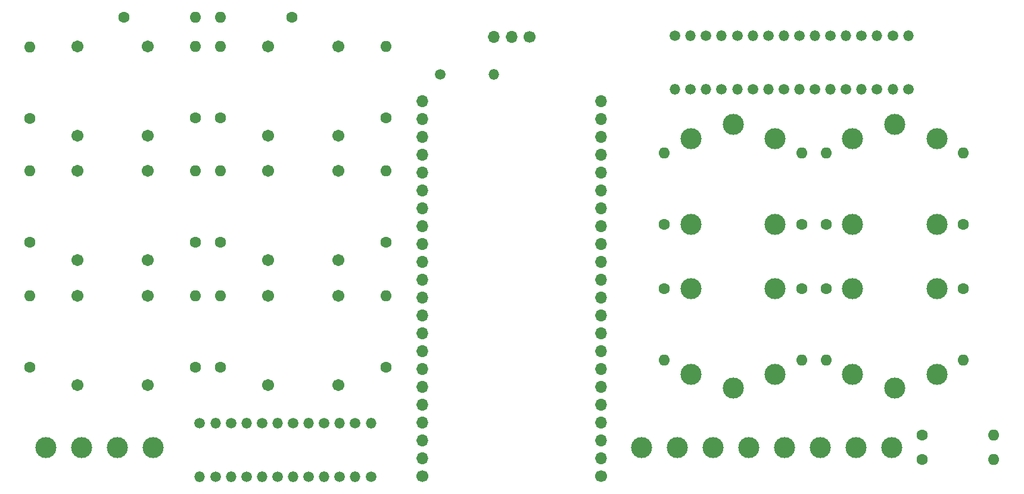
<source format=gbr>
%TF.GenerationSoftware,KiCad,Pcbnew,7.0.10*%
%TF.CreationDate,2024-03-07T23:30:47-03:00*%
%TF.ProjectId,board,626f6172-642e-46b6-9963-61645f706362,rev?*%
%TF.SameCoordinates,Original*%
%TF.FileFunction,Soldermask,Bot*%
%TF.FilePolarity,Negative*%
%FSLAX46Y46*%
G04 Gerber Fmt 4.6, Leading zero omitted, Abs format (unit mm)*
G04 Created by KiCad (PCBNEW 7.0.10) date 2024-03-07 23:30:47*
%MOMM*%
%LPD*%
G01*
G04 APERTURE LIST*
%ADD10C,1.600000*%
%ADD11O,1.600000X1.600000*%
%ADD12C,1.500000*%
%ADD13O,1.500000X1.500000*%
%ADD14C,3.000000*%
%ADD15C,1.712000*%
%ADD16C,1.700000*%
%ADD17O,1.700000X1.700000*%
G04 APERTURE END LIST*
D10*
%TO.C,R15*%
X138232000Y-81272000D03*
D11*
X138232000Y-91432000D03*
%TD*%
D12*
%TO.C,DZ7*%
X85471001Y-100472401D03*
D13*
X85471001Y-108092401D03*
%TD*%
D12*
%TO.C,DZ17*%
X148590000Y-45334000D03*
D13*
X148590000Y-52954000D03*
%TD*%
D12*
%TO.C,DZ5*%
X81051401Y-100472401D03*
D13*
X81051401Y-108092401D03*
%TD*%
D10*
%TO.C,R23*%
X174904400Y-102108000D03*
D11*
X185064400Y-102108000D03*
%TD*%
D12*
%TO.C,DZ1*%
X72212201Y-100472401D03*
D13*
X72212201Y-108092401D03*
%TD*%
D14*
%TO.C,ST1*%
X50368200Y-103911400D03*
X55448200Y-103911400D03*
%TD*%
D10*
%TO.C,R21*%
X161219000Y-72144000D03*
D11*
X161219000Y-61984000D03*
%TD*%
D10*
%TO.C,R17*%
X161219000Y-81272000D03*
D11*
X161219000Y-91432000D03*
%TD*%
D12*
%TO.C,DZ21*%
X157429200Y-45334000D03*
D13*
X157429200Y-52954000D03*
%TD*%
D12*
%TO.C,DZ18*%
X150799800Y-52954000D03*
D13*
X150799800Y-45334000D03*
%TD*%
D15*
%TO.C,TP4*%
X81923401Y-46888401D03*
X81923401Y-59588401D03*
X91923401Y-59588401D03*
X91923401Y-46888401D03*
%TD*%
D12*
%TO.C,D1*%
X106385000Y-50825400D03*
D13*
X114005000Y-50825400D03*
%TD*%
D12*
%TO.C,DZ10*%
X92100401Y-108092401D03*
D13*
X92100401Y-100472401D03*
%TD*%
D12*
%TO.C,DZ16*%
X146380200Y-52954000D03*
D13*
X146380200Y-45334000D03*
%TD*%
D14*
%TO.C,K1*%
X148000200Y-95472000D03*
X142000200Y-81272000D03*
X154000200Y-81272000D03*
X154000200Y-93472000D03*
X142000200Y-93472000D03*
%TD*%
%TO.C,ST1*%
X155321000Y-103911400D03*
X160401000Y-103911400D03*
%TD*%
D12*
%TO.C,DZ4*%
X78841601Y-108092401D03*
D13*
X78841601Y-100472401D03*
%TD*%
D10*
%TO.C,R18*%
X180755400Y-81272000D03*
D11*
X180755400Y-91432000D03*
%TD*%
D10*
%TO.C,R16*%
X157768400Y-81272000D03*
D11*
X157768400Y-91432000D03*
%TD*%
D15*
%TO.C,TP6*%
X81923401Y-82321401D03*
X81923401Y-95021401D03*
X91923401Y-95021401D03*
X91923401Y-82321401D03*
%TD*%
D12*
%TO.C,DZ25*%
X166268400Y-45334000D03*
D13*
X166268400Y-52954000D03*
%TD*%
D10*
%TO.C,R7*%
X75158601Y-57048401D03*
D11*
X75158601Y-46888401D03*
%TD*%
D10*
%TO.C,R6*%
X71607201Y-92481401D03*
D11*
X71607201Y-82321401D03*
%TD*%
D12*
%TO.C,DZ2*%
X74422001Y-108092401D03*
D13*
X74422001Y-100472401D03*
%TD*%
D12*
%TO.C,DZ20*%
X155219400Y-52954000D03*
D13*
X155219400Y-45334000D03*
%TD*%
D10*
%TO.C,R20*%
X157768400Y-72144000D03*
D11*
X157768400Y-61984000D03*
%TD*%
D12*
%TO.C,DZ27*%
X170688000Y-45334000D03*
D13*
X170688000Y-52954000D03*
%TD*%
D10*
%TO.C,R22*%
X180755400Y-72144000D03*
D11*
X180755400Y-61984000D03*
%TD*%
D12*
%TO.C,DZ8*%
X87680801Y-108092401D03*
D13*
X87680801Y-100472401D03*
%TD*%
D10*
%TO.C,R10*%
X98691601Y-57048401D03*
D11*
X98691601Y-46888401D03*
%TD*%
D12*
%TO.C,DZ14*%
X141960600Y-52954000D03*
D13*
X141960600Y-45334000D03*
%TD*%
D14*
%TO.C,ST1*%
X165481000Y-103911400D03*
X170561000Y-103911400D03*
%TD*%
D10*
%TO.C,R2*%
X48074201Y-74701401D03*
D11*
X48074201Y-64541401D03*
%TD*%
D16*
%TO.C,ESP32-S3_BACK1*%
X129235201Y-107975401D03*
D17*
X129235201Y-105435401D03*
X129235201Y-102895401D03*
X129235201Y-100355401D03*
X129235201Y-97815401D03*
X129235201Y-95275401D03*
X129235201Y-92735401D03*
X129235201Y-90195401D03*
X129235201Y-87655401D03*
X129235201Y-85115401D03*
X129235201Y-82575401D03*
X129235201Y-80035401D03*
X129235201Y-77495401D03*
X129235201Y-74955401D03*
X129235201Y-72415401D03*
X129235201Y-69875401D03*
X129235201Y-67335401D03*
X129235201Y-64795401D03*
X129235201Y-62255401D03*
X129235201Y-59715401D03*
X129235201Y-57175401D03*
X129235201Y-54635401D03*
%TD*%
D12*
%TO.C,DZ28*%
X172897800Y-52954000D03*
D13*
X172897800Y-45334000D03*
%TD*%
D10*
%TO.C,R14*%
X85324201Y-42697401D03*
D11*
X75164201Y-42697401D03*
%TD*%
D10*
%TO.C,R19*%
X138232000Y-72144000D03*
D11*
X138232000Y-61984000D03*
%TD*%
D12*
%TO.C,DZ13*%
X139750800Y-45334000D03*
D13*
X139750800Y-52954000D03*
%TD*%
D15*
%TO.C,TP2*%
X54839001Y-64541401D03*
X54839001Y-77241401D03*
X64839001Y-77241401D03*
X64839001Y-64541401D03*
%TD*%
D14*
%TO.C,ST1*%
X135001000Y-103911400D03*
X140081000Y-103911400D03*
%TD*%
%TO.C,K1*%
X170987200Y-95472000D03*
X164987200Y-81272000D03*
X176987200Y-81272000D03*
X176987200Y-93472000D03*
X164987200Y-93472000D03*
%TD*%
D10*
%TO.C,R9*%
X75158601Y-92481401D03*
D11*
X75158601Y-82321401D03*
%TD*%
D10*
%TO.C,R24*%
X174904400Y-105587800D03*
D11*
X185064400Y-105587800D03*
%TD*%
D10*
%TO.C,R8*%
X75158601Y-74701401D03*
D11*
X75158601Y-64541401D03*
%TD*%
D10*
%TO.C,R12*%
X98691601Y-92481401D03*
D11*
X98691601Y-82321401D03*
%TD*%
D12*
%TO.C,DZ26*%
X168478200Y-52954000D03*
D13*
X168478200Y-45334000D03*
%TD*%
D12*
%TO.C,DZ11*%
X94310201Y-100472401D03*
D13*
X94310201Y-108092401D03*
%TD*%
D12*
%TO.C,DZ24*%
X164058600Y-52954000D03*
D13*
X164058600Y-45334000D03*
%TD*%
D10*
%TO.C,R13*%
X61443201Y-42697401D03*
D11*
X71603201Y-42697401D03*
%TD*%
D10*
%TO.C,R11*%
X98691601Y-74701401D03*
D11*
X98691601Y-64541401D03*
%TD*%
D12*
%TO.C,DZ15*%
X144170400Y-45334000D03*
D13*
X144170400Y-52954000D03*
%TD*%
D12*
%TO.C,DZ19*%
X153009600Y-45334000D03*
D13*
X153009600Y-52954000D03*
%TD*%
D12*
%TO.C,DZ6*%
X83261201Y-108092401D03*
D13*
X83261201Y-100472401D03*
%TD*%
D12*
%TO.C,DZ23*%
X161848800Y-45334000D03*
D13*
X161848800Y-52954000D03*
%TD*%
D12*
%TO.C,DZ22*%
X159639000Y-52954000D03*
D13*
X159639000Y-45334000D03*
%TD*%
D14*
%TO.C,K1*%
X170987200Y-57944000D03*
X176987200Y-72144000D03*
X164987200Y-72144000D03*
X164987200Y-59944000D03*
X176987200Y-59944000D03*
%TD*%
D12*
%TO.C,DZ3*%
X76631801Y-100472401D03*
D13*
X76631801Y-108092401D03*
%TD*%
D14*
%TO.C,ST2*%
X60528200Y-103911400D03*
X65608200Y-103911400D03*
%TD*%
D10*
%TO.C,R3*%
X48074201Y-92481401D03*
D11*
X48074201Y-82321401D03*
%TD*%
D14*
%TO.C,ST1*%
X145161000Y-103911400D03*
X150241000Y-103911400D03*
%TD*%
D12*
%TO.C,DZ9*%
X89890601Y-100472401D03*
D13*
X89890601Y-108092401D03*
%TD*%
D16*
%TO.C,SW1*%
X119085000Y-45500000D03*
D17*
X116545000Y-45500000D03*
X114005000Y-45500000D03*
%TD*%
D14*
%TO.C,K1*%
X148000200Y-57944000D03*
X154000200Y-72144000D03*
X142000200Y-72144000D03*
X142000200Y-59944000D03*
X154000200Y-59944000D03*
%TD*%
D10*
%TO.C,R1*%
X48074201Y-57051401D03*
D11*
X48074201Y-46891401D03*
%TD*%
D10*
%TO.C,R5*%
X71607201Y-74701401D03*
D11*
X71607201Y-64541401D03*
%TD*%
D10*
%TO.C,R4*%
X71607201Y-57048401D03*
D11*
X71607201Y-46888401D03*
%TD*%
D15*
%TO.C,TP3*%
X54839001Y-82321401D03*
X54839001Y-95021401D03*
X64839001Y-95021401D03*
X64839001Y-82321401D03*
%TD*%
%TO.C,TP5*%
X81923401Y-64541401D03*
X81923401Y-77241401D03*
X91923401Y-77241401D03*
X91923401Y-64541401D03*
%TD*%
D16*
%TO.C,ESP32-S3_FRONT1*%
X103835201Y-107975401D03*
D17*
X103835201Y-105435401D03*
X103835201Y-102895401D03*
X103835201Y-100355401D03*
X103835201Y-97815401D03*
X103835201Y-95275401D03*
X103835201Y-92735401D03*
X103835201Y-90195401D03*
X103835201Y-87655401D03*
X103835201Y-85115401D03*
X103835201Y-82575401D03*
X103835201Y-80035401D03*
X103835201Y-77495401D03*
X103835201Y-74955401D03*
X103835201Y-72415401D03*
X103835201Y-69875401D03*
X103835201Y-67335401D03*
X103835201Y-64795401D03*
X103835201Y-62255401D03*
X103835201Y-59715401D03*
X103835201Y-57175401D03*
X103835201Y-54635401D03*
%TD*%
D15*
%TO.C,TP1*%
X54839001Y-46888401D03*
X54839001Y-59588401D03*
X64839001Y-59588401D03*
X64839001Y-46888401D03*
%TD*%
D12*
%TO.C,DZ12*%
X96520001Y-108092401D03*
D13*
X96520001Y-100472401D03*
%TD*%
M02*

</source>
